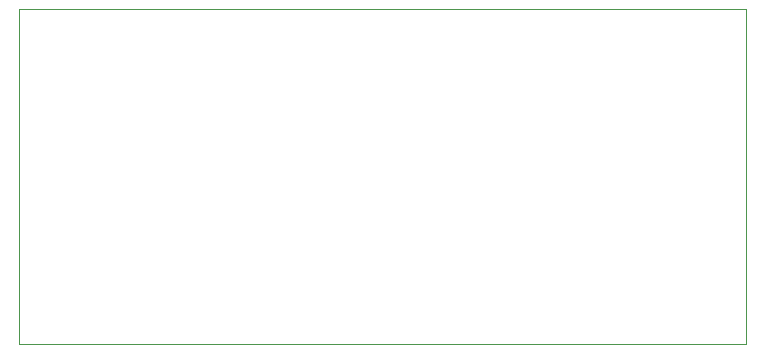
<source format=gbr>
%TF.GenerationSoftware,KiCad,Pcbnew,5.1.9+dfsg1-1~bpo10+1*%
%TF.CreationDate,2023-02-12T08:43:59+01:00*%
%TF.ProjectId,IIci_ATX,49496369-5f41-4545-982e-6b696361645f,rev?*%
%TF.SameCoordinates,Original*%
%TF.FileFunction,Profile,NP*%
%FSLAX46Y46*%
G04 Gerber Fmt 4.6, Leading zero omitted, Abs format (unit mm)*
G04 Created by KiCad (PCBNEW 5.1.9+dfsg1-1~bpo10+1) date 2023-02-12 08:43:59*
%MOMM*%
%LPD*%
G01*
G04 APERTURE LIST*
%TA.AperFunction,Profile*%
%ADD10C,0.050000*%
%TD*%
G04 APERTURE END LIST*
D10*
X90000000Y-138400000D02*
X90000000Y-110000000D01*
X151600000Y-138400000D02*
X90000000Y-138400000D01*
X151600000Y-110000000D02*
X151600000Y-138400000D01*
X90000000Y-110000000D02*
X151600000Y-110000000D01*
M02*

</source>
